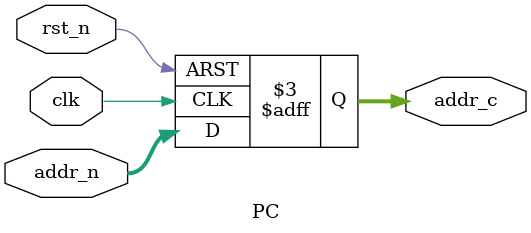
<source format=v>
module PC(
	input clk,
	input rst_n,

	input [7:0]addr_n,

	output reg [7:0]addr_c
);
	/*parameter*/
	/*autodef*/
	
	always @(posedge clk or negedge rst_n)begin
		if(~rst_n)begin
			addr_c <= 8'd0;
		end
		else begin
			addr_c <= addr_n;
		end
	end
endmodule
//Local Variables:
//verilog-library-directories:()
//verilog-library-directories-recursive:1
//End:

</source>
